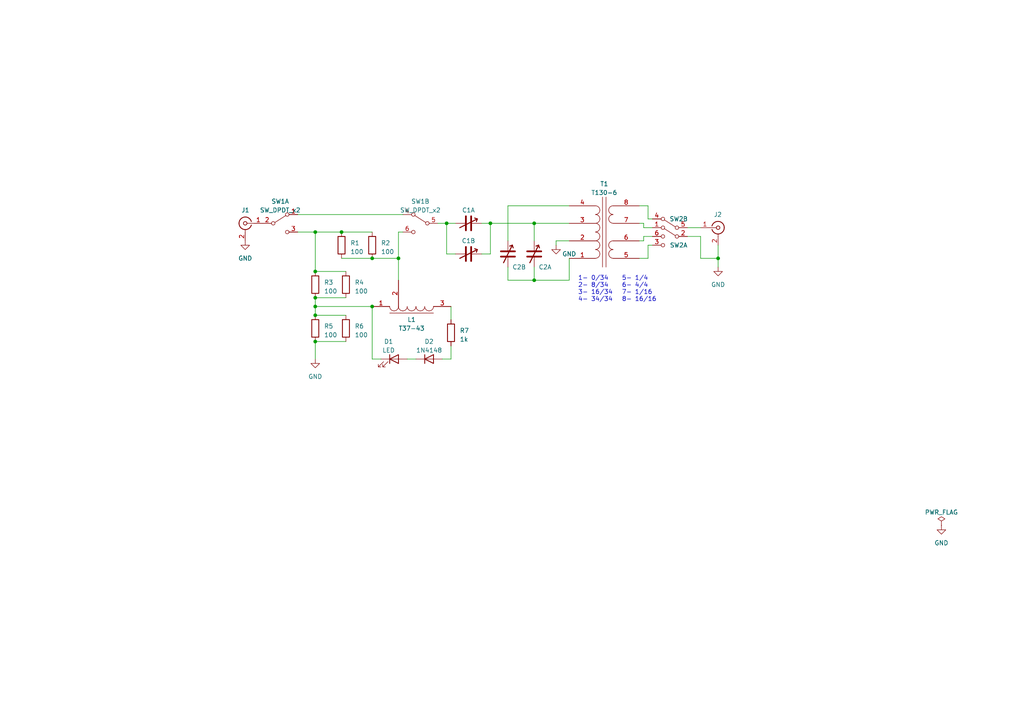
<source format=kicad_sch>
(kicad_sch (version 20230121) (generator eeschema)
  (paper "A4")
  (title_block (title "Z-match Antenna Tuner") (date "2023-03-16"))
  (lib_symbols
    (symbol "Connector:Conn_Coaxial" (pin_names (offset 1.016) hide)
      (property "Reference" "J" (at 0.254 3.048 0))
      (property "Value" "Conn_Coaxial" (at 2.921 0 90))
      (symbol "Conn_Coaxial_0_1"
        (arc (start -1.778 -0.508) (mid 0.2311 -1.8066) (end 1.778 0) (stroke (width 0.254)))
        (polyline (pts (xy -2.54 0) (xy -0.508 0)))
        (polyline (pts (xy 0 -2.54) (xy 0 -1.778)))
        (circle (center 0 0) (radius 0.508) (stroke (width 0.2032)))
        (arc (start 1.778 0) (mid 0.2099 1.8101) (end -1.778 0.508) (stroke (width 0.254)))
      )
      (symbol "Conn_Coaxial_1_1"
        (pin passive line (at -5.08 0 0) (length 2.54) (name "In") (number "1"))
        (pin passive line (at 0 -5.08 90) (length 2.54) (name "Ext") (number "2"))
      )
    )
    (symbol "Device:LED" (pin_numbers hide) (pin_names (offset 1.016) hide)
      (property "Reference" "D" (at 0 2.54 0))
      (property "Value" "LED" (at 0 -2.54 0))
      (symbol "LED_0_1"
        (polyline (pts (xy -1.27 -1.27) (xy -1.27 1.27)) (stroke (width 0.254)))
        (polyline (pts (xy -1.27 0) (xy 1.27 0)))
        (polyline (pts (xy 1.27 -1.27) (xy 1.27 1.27) (xy -1.27 0) (xy 1.27 -1.27)) (stroke (width 0.254)))
        (polyline (pts (xy -3.048 -0.762) (xy -4.572 -2.286) (xy -3.81 -2.286) (xy -4.572 -2.286) (xy -4.572 -1.524)))
        (polyline (pts (xy -1.778 -0.762) (xy -3.302 -2.286) (xy -2.54 -2.286) (xy -3.302 -2.286) (xy -3.302 -1.524)))
      )
      (symbol "LED_1_1"
        (pin passive line (at -3.81 0 0) (length 2.54) (name "K") (number "1"))
        (pin passive line (at 3.81 0 180) (length 2.54) (name "A") (number "2"))
      )
    )
    (symbol "Device:R" (pin_numbers hide) (pin_names (offset 0))
      (property "Reference" "R" (at 2.032 0 90))
      (property "Value" "R" (at 0 0 90))
      (symbol "R_0_1"
        (rectangle (start -1.016 -2.54) (end 1.016 2.54) (stroke (width 0.254)))
      )
      (symbol "R_1_1"
        (pin passive line (at 0 3.81 270) (length 1.27) (name "~") (number "1"))
        (pin passive line (at 0 -3.81 90) (length 1.27) (name "~") (number "2"))
      )
    )
    (symbol "Diode:1N4148" (pin_numbers hide) (pin_names hide)
      (property "Reference" "D" (at 0 2.54 0))
      (property "Value" "1N4148" (at 0 -2.54 0))
      (symbol "1N4148_0_1"
        (polyline (pts (xy -1.27 1.27) (xy -1.27 -1.27)) (stroke (width 0.254)))
        (polyline (pts (xy 1.27 0) (xy -1.27 0)))
        (polyline (pts (xy 1.27 1.27) (xy 1.27 -1.27) (xy -1.27 0) (xy 1.27 1.27)) (stroke (width 0.254)))
      )
      (symbol "1N4148_1_1"
        (pin passive line (at -3.81 0 0) (length 2.54) (name "K") (number "1"))
        (pin passive line (at 3.81 0 180) (length 2.54) (name "A") (number "2"))
      )
    )
    (symbol "Switch:SW_DPDT_x2" (pin_names (offset 0) hide)
      (property "Reference" "SW" (at 0 4.318 0))
      (property "Value" "SW_DPDT_x2" (at 0 -5.08 0))
      (symbol "SW_DPDT_x2_0_0"
        (circle (center -2.032 0) (radius 0.508))
        (circle (center 2.032 -2.54) (radius 0.508))
      )
      (symbol "SW_DPDT_x2_0_1"
        (polyline (pts (xy -1.524 0.254) (xy 1.651 2.286)))
        (circle (center 2.032 2.54) (radius 0.508))
      )
      (symbol "SW_DPDT_x2_1_1"
        (pin passive line (at 5.08 2.54 180) (length 2.54) (name "A") (number "1"))
        (pin passive line (at -5.08 0 0) (length 2.54) (name "B") (number "2"))
        (pin passive line (at 5.08 -2.54 180) (length 2.54) (name "C") (number "3"))
      )
      (symbol "SW_DPDT_x2_2_1"
        (pin passive line (at 5.08 2.54 180) (length 2.54) (name "A") (number "4"))
        (pin passive line (at -5.08 0 0) (length 2.54) (name "B") (number "5"))
        (pin passive line (at 5.08 -2.54 180) (length 2.54) (name "C") (number "6"))
      )
    )
    (symbol "power:GND" (power) (pin_names (offset 0))
      (property "Value" "GND" (at 0 -3.81 0))
      (symbol "GND_0_1"
        (polyline (pts (xy 0 0) (xy 0 -1.27) (xy 1.27 -1.27) (xy 0 -2.54) (xy -1.27 -1.27) (xy 0 -1.27)))
      )
      (symbol "GND_1_1"
        (pin power_in line (at 0 0 270) (length 0) hide (name "GND") (number "1"))
      )
    )
    (symbol "power:PWR_FLAG" (power) (pin_numbers hide) (pin_names (offset 0) hide)
      (property "Value" "PWR_FLAG" (at 0 3.81 0))
      (symbol "PWR_FLAG_0_0"
        (pin power_out line (at 0 0 90) (length 0) (name "pwr") (number "1"))
      )
      (symbol "PWR_FLAG_0_1"
        (polyline (pts (xy 0 0) (xy 0 1.27) (xy -1.016 1.905) (xy 0 2.54) (xy 1.016 1.905) (xy 0 1.27)))
      )
    )
    (symbol "z-match:CBM_Main" (pin_numbers hide) (pin_names hide)
      (property "Reference" "C" (at 0.762 -2.032 0))
      (property "Value" "CBM_Main" (at 0.762 -3.556 0))
      (symbol "CBM_Main_0_1"
        (polyline (pts (xy -2.032 -0.762) (xy 2.032 -0.762)) (stroke (width 0.508)))
        (polyline (pts (xy -2.032 0.762) (xy 2.032 0.762)) (stroke (width 0.508)))
        (polyline (pts (xy 1.27 2.54) (xy -1.27 -2.54)) (stroke (width 0.3048)))
        (polyline (pts (xy 1.27 2.54) (xy 0.508 2.286)) (stroke (width 0.3048)))
        (polyline (pts (xy 1.27 2.54) (xy 1.524 1.778)) (stroke (width 0.3048)))
      )
      (symbol "CBM_Main_1_1"
        (pin passive line (at 0 -3.81 90) (length 3.048) (name "~") (number "1"))
        (pin passive line (at 0 3.81 270) (length 3.048) (name "~") (number "2"))
      )
      (symbol "CBM_Main_2_1"
        (pin passive line (at 0 -3.81 90) (length 3.048) (name "~") (number "1"))
        (pin passive line (at 0 3.81 270) (length 3.048) (name "~") (number "3"))
      )
    )
    (symbol "z-match:T37-43" (pin_names hide)
      (property "Reference" "L" (at 0 1.27 0))
      (property "Value" "T37-43" (at 0 -3.81 0))
      (symbol "T37-43_0_1"
        (arc (start -6.35 0) (mid -5.978 -0.898) (end -5.08 -1.27))
        (arc (start -5.08 -1.27) (mid -4.182 -0.898) (end -3.81 0))
        (arc (start -3.81 0) (mid -3.438 -0.898) (end -2.54 -1.27))
        (arc (start -2.54 -1.27) (mid -2.54 -1.27) (end -2.54 -1.27))
        (arc (start -2.54 -1.27) (mid -1.642 -0.898) (end -1.27 0))
        (arc (start -1.27 0) (mid -0.898 -0.898) (end 0 -1.27))
        (arc (start 0 -1.27) (mid 0.898 -0.898) (end 1.27 0))
        (polyline (pts (xy -6.35 -1.905) (xy 6.35 -1.905)))
        (arc (start 1.27 0) (mid 1.642 -0.898) (end 2.54 -1.27))
        (arc (start 2.54 -1.27) (mid 3.438 -0.898) (end 3.81 0))
        (arc (start 3.81 0) (mid 4.182 -0.898) (end 5.08 -1.27))
        (arc (start 5.08 -1.27) (mid 5.978 -0.898) (end 6.35 0))
      )
      (symbol "T37-43_1_1"
        (pin passive line (at -11.43 0 0) (length 5.08) (name "1") (number "1"))
        (pin passive line (at -3.81 7.62 270) (length 7.62) (name "2") (number "2"))
        (pin passive line (at 11.43 0 180) (length 5.08) (name "3") (number "3"))
      )
    )
    (symbol "z-match:Transformer_2SP_2S" (pin_names hide)
      (property "Reference" "T" (at 0 13.97 0))
      (property "Value" "Transformer_2SP_2S" (at 0 -12.7 0))
      (symbol "Transformer_2SP_2S_0_1"
        (arc (start -2.54 -7.5946) (mid -1.6561 -7.2263) (end -1.27 -6.35))
        (arc (start -2.54 -5.0546) (mid -1.6561 -4.6863) (end -1.27 -3.81))
        (arc (start -2.54 -2.5146) (mid -1.6561 -2.1463) (end -1.27 -1.27))
        (arc (start -2.54 0.0254) (mid -1.6561 0.3937) (end -1.27 1.27))
        (arc (start -2.54 2.5654) (mid -1.6561 2.9337) (end -1.27 3.81))
        (arc (start -2.54 5.1054) (mid -1.6561 5.4737) (end -1.27 6.35))
        (arc (start -1.27 -6.35) (mid -1.642 -5.452) (end -2.54 -5.08))
        (arc (start -1.27 -3.81) (mid -1.642 -2.912) (end -2.54 -2.54))
        (arc (start -1.27 -1.27) (mid -1.642 -0.372) (end -2.54 0))
        (arc (start -1.27 1.27) (mid -1.642 2.168) (end -2.54 2.54))
        (arc (start -1.27 3.81) (mid -1.642 4.708) (end -2.54 5.08))
        (arc (start -1.27 6.35) (mid -1.642 7.248) (end -2.54 7.62))
        (polyline (pts (xy -0.508 -10.16) (xy -0.508 10.16)))
        (polyline (pts (xy 0.508 10.16) (xy 0.508 -10.16)))
        (arc (start 1.2954 -6.35) (mid 1.6599 -7.2301) (end 2.54 -7.5946))
        (arc (start 1.2954 -3.81) (mid 1.6599 -4.6901) (end 2.54 -5.0546))
        (arc (start 1.2954 3.81) (mid 1.6599 2.9299) (end 2.54 2.5654))
        (arc (start 1.2954 6.35) (mid 1.6599 5.4699) (end 2.54 5.1054))
        (arc (start 2.54 -5.08) (mid 1.642 -5.452) (end 1.2954 -6.35))
        (arc (start 2.54 -2.54) (mid 1.642 -2.912) (end 1.2954 -3.81))
        (arc (start 2.54 5.08) (mid 1.642 4.708) (end 1.2954 3.81))
        (arc (start 2.54 7.62) (mid 1.642 7.248) (end 1.2954 6.35))
      )
      (symbol "Transformer_2SP_2S_1_1"
        (pin passive line (at -10.16 -7.62 0) (length 7.62) (name "A1") (number "1"))
        (pin passive line (at -10.16 -2.54 0) (length 7.62) (name "A2") (number "2"))
        (pin passive line (at -10.16 2.54 0) (length 7.62) (name "A3") (number "3"))
        (pin passive line (at -10.16 7.62 0) (length 7.62) (name "A4") (number "4"))
        (pin passive line (at 10.16 -7.62 180) (length 7.62) (name "B1") (number "5"))
        (pin passive line (at 10.16 -2.54 180) (length 7.62) (name "B2") (number "6"))
        (pin passive line (at 10.16 2.54 180) (length 7.62) (name "C1") (number "7"))
        (pin passive line (at 10.16 7.62 180) (length 7.62) (name "C2") (number "8"))
      )
    )
  )
  (junction (at 129.54 64.77))
  (junction (at 91.44 91.44))
  (junction (at 91.44 99.06))
  (junction (at 91.44 67.31))
  (junction (at 154.94 81.28))
  (junction (at 91.44 88.9))
  (junction (at 91.44 86.36))
  (junction (at 115.57 74.93))
  (junction (at 154.94 64.77))
  (junction (at 107.95 88.9))
  (junction (at 99.06 67.31))
  (junction (at 107.95 74.93))
  (junction (at 208.28 74.93))
  (junction (at 142.24 64.77))
  (junction (at 91.44 78.74))
  (wire (pts (xy 142.24 64.77) (xy 154.94 64.77)))
  (wire (pts (xy 154.94 81.28) (xy 165.1 81.28)))
  (wire (pts (xy 142.24 73.66) (xy 142.24 64.77)))
  (wire (pts (xy 86.36 62.23) (xy 116.84 62.23)))
  (wire (pts (xy 203.2 74.93) (xy 208.28 74.93)))
  (wire (pts (xy 154.94 77.47) (xy 154.94 81.28)))
  (wire (pts (xy 130.81 104.14) (xy 128.27 104.14)))
  (wire (pts (xy 115.57 67.31) (xy 115.57 74.93)))
  (wire (pts (xy 147.32 59.69) (xy 165.1 59.69)))
  (wire (pts (xy 129.54 73.66) (xy 129.54 64.77)))
  (wire (pts (xy 91.44 88.9) (xy 91.44 91.44)))
  (wire (pts (xy 185.42 64.77) (xy 186.69 64.77)))
  (wire (pts (xy 132.08 73.66) (xy 129.54 73.66)))
  (wire (pts (xy 91.44 91.44) (xy 100.33 91.44)))
  (wire (pts (xy 139.7 73.66) (xy 142.24 73.66)))
  (wire (pts (xy 165.1 74.93) (xy 165.1 81.28)))
  (wire (pts (xy 199.39 66.04) (xy 203.2 66.04)))
  (wire (pts (xy 186.69 66.04) (xy 189.23 66.04)))
  (wire (pts (xy 187.96 59.69) (xy 187.96 63.5)))
  (wire (pts (xy 208.28 71.12) (xy 208.28 74.93)))
  (wire (pts (xy 130.81 88.9) (xy 130.81 92.71)))
  (wire (pts (xy 208.28 74.93) (xy 208.28 77.47)))
  (wire (pts (xy 107.95 88.9) (xy 107.95 104.14)))
  (wire (pts (xy 127 64.77) (xy 129.54 64.77)))
  (wire (pts (xy 185.42 59.69) (xy 187.96 59.69)))
  (wire (pts (xy 187.96 74.93) (xy 187.96 71.12)))
  (wire (pts (xy 187.96 71.12) (xy 189.23 71.12)))
  (wire (pts (xy 91.44 86.36) (xy 91.44 88.9)))
  (wire (pts (xy 185.42 74.93) (xy 187.96 74.93)))
  (wire (pts (xy 185.42 69.85) (xy 186.69 69.85)))
  (wire (pts (xy 139.7 64.77) (xy 142.24 64.77)))
  (wire (pts (xy 199.39 68.58) (xy 203.2 68.58)))
  (wire (pts (xy 99.06 67.31) (xy 107.95 67.31)))
  (wire (pts (xy 147.32 77.47) (xy 147.32 81.28)))
  (wire (pts (xy 91.44 78.74) (xy 100.33 78.74)))
  (wire (pts (xy 147.32 81.28) (xy 154.94 81.28)))
  (wire (pts (xy 91.44 99.06) (xy 91.44 104.14)))
  (wire (pts (xy 147.32 69.85) (xy 147.32 59.69)))
  (wire (pts (xy 187.96 63.5) (xy 189.23 63.5)))
  (wire (pts (xy 115.57 74.93) (xy 107.95 74.93)))
  (wire (pts (xy 91.44 67.31) (xy 91.44 78.74)))
  (wire (pts (xy 161.29 69.85) (xy 165.1 69.85)))
  (wire (pts (xy 130.81 100.33) (xy 130.81 104.14)))
  (wire (pts (xy 91.44 67.31) (xy 99.06 67.31)))
  (wire (pts (xy 115.57 67.31) (xy 116.84 67.31)))
  (wire (pts (xy 154.94 64.77) (xy 165.1 64.77)))
  (wire (pts (xy 91.44 99.06) (xy 100.33 99.06)))
  (wire (pts (xy 186.69 68.58) (xy 189.23 68.58)))
  (wire (pts (xy 186.69 64.77) (xy 186.69 66.04)))
  (wire (pts (xy 107.95 104.14) (xy 110.49 104.14)))
  (wire (pts (xy 91.44 88.9) (xy 107.95 88.9)))
  (wire (pts (xy 115.57 74.93) (xy 115.57 81.28)))
  (wire (pts (xy 91.44 86.36) (xy 100.33 86.36)))
  (wire (pts (xy 203.2 68.58) (xy 203.2 74.93)))
  (wire (pts (xy 118.11 104.14) (xy 120.65 104.14)))
  (wire (pts (xy 86.36 67.31) (xy 91.44 67.31)))
  (wire (pts (xy 99.06 74.93) (xy 107.95 74.93)))
  (wire (pts (xy 186.69 69.85) (xy 186.69 68.58)))
  (wire (pts (xy 129.54 64.77) (xy 132.08 64.77)))
  (wire (pts (xy 161.29 71.12) (xy 161.29 69.85)))
  (wire (pts (xy 154.94 64.77) (xy 154.94 69.85)))
  (text "5- 1/4\n6- 4/4\n7- 1/16\n8- 16/16" (at 180.34 87.63 0) (effects (font (size 1.27 1.27)) (justify left bottom)))
  (text "1- 0/34\n2- 8/34\n3- 16/34\n4- 34/34" (at 167.64 87.63 0) (effects (font (size 1.27 1.27)) (justify left bottom)))
  (symbol (lib_id "Switch:SW_DPDT_x2") (at 121.92 64.77 0) (mirror y) (unit 2)
    (property "Reference" "SW1" (at 121.92 58.42 0))
    (property "Value" "SW_DPDT_x2" (at 121.92 60.96 0))
    (property "Footprint" "z-match:MT-0-202-A003-M003-RS-MODEL" (effects hide))
  )
  (symbol (lib_id "Switch:SW_DPDT_x2") (at 194.31 66.04 0) (mirror y) (unit 2)
    (property "Reference" "SW2" (at 196.85 63.5 0))
    (property "Value" "SW_DPDT_x2" (effects hide))
    (property "Footprint" "z-match:MT-0-202-A003-M003-RS-MODEL" (effects hide))
  )
  (symbol (lib_id "Device:R") (at 107.95 71.12 0) (unit 1)
    (property "Reference" "R2" (at 110.49 70.485 0) (effects (justify left)))
    (property "Value" "100" (at 110.49 73.025 0) (effects (justify left)))
    (property "Footprint" "Resistor_THT:R_Axial_DIN0414_L11.9mm_D4.5mm_P15.24mm_Horizontal" (effects hide))
  )
  (symbol (lib_id "Connector:Conn_Coaxial") (at 71.12 64.77 0) (mirror y) (unit 1)
    (property "Reference" "J1" (at 72.39 60.96 0) (effects (justify left)))
    (property "Value" "Conn_Coaxial" (effects hide))
    (property "Footprint" "z-match:BNC-KWE29X16" (effects hide))
    (property "Datasheet" " ~" (effects hide))
  )
  (symbol (lib_id "power:GND") (at 71.12 69.85 0) (unit 1)
    (property "Reference" "#PWR01" (effects hide))
    (property "Value" "GND" (at 71.12 74.93 0))
  )
  (symbol (lib_id "power:GND") (at 91.44 104.14 0) (unit 1)
    (property "Reference" "#PWR02" (effects hide))
    (property "Value" "GND" (at 91.44 109.22 0))
  )
  (symbol (lib_id "Device:R") (at 100.33 95.25 0) (unit 1)
    (property "Reference" "R6" (at 102.87 94.615 0) (effects (justify left)))
    (property "Value" "100" (at 102.87 97.155 0) (effects (justify left)))
    (property "Footprint" "Resistor_THT:R_Axial_DIN0414_L11.9mm_D4.5mm_P15.24mm_Horizontal" (effects hide))
  )
  (symbol (lib_id "z-match:CBM_Main") (at 135.89 73.66 270) (mirror x) (unit 2)
    (property "Reference" "C1" (at 135.89 69.85 90))
    (property "Value" "CBM_Main" (effects hide))
    (property "Footprint" "z-match:CBM-4443BF-1AB4-Vertical" (effects hide))
  )
  (symbol (lib_id "Device:R") (at 91.44 82.55 0) (unit 1)
    (property "Reference" "R3" (at 93.98 81.915 0) (effects (justify left)))
    (property "Value" "100" (at 93.98 84.455 0) (effects (justify left)))
    (property "Footprint" "Resistor_THT:R_Axial_DIN0414_L11.9mm_D4.5mm_P15.24mm_Horizontal" (effects hide))
  )
  (symbol (lib_id "Switch:SW_DPDT_x2") (at 81.28 64.77 0) (unit 1)
    (property "Reference" "SW1" (at 81.28 58.42 0))
    (property "Value" "SW_DPDT_x2" (at 81.28 60.96 0))
    (property "Footprint" "z-match:MT-0-202-A003-M003-RS-MODEL" (effects hide))
  )
  (symbol (lib_id "power:PWR_FLAG") (at 273.05 152.4 0) (unit 1)
    (property "Reference" "#FLG01" (effects hide))
    (property "Value" "PWR_FLAG" (at 273.05 148.59 0))
  )
  (symbol (lib_id "Diode:1N4148") (at 124.46 104.14 0) (unit 1)
    (property "Reference" "D2" (at 124.46 99.06 0))
    (property "Value" "1N4148" (at 124.46 101.6 0))
    (property "Footprint" "Diode_THT:D_DO-35_SOD27_P7.62mm_Horizontal" (effects hide))
    (property "Datasheet" "https://assets.nexperia.com/documents/data-sheet/1N4148_1N4448.pdf" (effects hide))
    (property "Sim.Device" "D" (effects hide))
    (property "Sim.Pins" "1=K 2=A" (effects hide))
  )
  (symbol (lib_id "z-match:CBM_Main") (at 154.94 73.66 0) (unit 1)
    (property "Reference" "C2" (at 156.21 77.47 0) (effects (justify left)))
    (property "Value" "CBM_Main" (effects hide))
    (property "Footprint" "z-match:CBM-4443BF-1AB4-Vertical" (effects hide))
  )
  (symbol (lib_id "z-match:CBM_Main") (at 147.32 73.66 0) (unit 2)
    (property "Reference" "C2" (at 148.59 77.47 0) (effects (justify left)))
    (property "Value" "CBM_Main" (effects hide))
    (property "Footprint" "z-match:CBM-4443BF-1AB4-Vertical" (effects hide))
  )
  (symbol (lib_id "z-match:CBM_Main") (at 135.89 64.77 270) (mirror x) (unit 1)
    (property "Reference" "C1" (at 135.89 60.96 90))
    (property "Value" "CBM_Main" (effects hide))
    (property "Footprint" "z-match:CBM-4443BF-1AB4-Vertical" (effects hide))
  )
  (symbol (lib_id "Device:R") (at 99.06 71.12 0) (unit 1)
    (property "Reference" "R1" (at 101.6 70.485 0) (effects (justify left)))
    (property "Value" "100" (at 101.6 73.025 0) (effects (justify left)))
    (property "Footprint" "Resistor_THT:R_Axial_DIN0414_L11.9mm_D4.5mm_P15.24mm_Horizontal" (effects hide))
  )
  (symbol (lib_id "Connector:Conn_Coaxial") (at 208.28 66.04 0) (unit 1)
    (property "Reference" "J2" (at 207.01 62.23 0) (effects (justify left)))
    (property "Value" "Conn_Coaxial" (effects hide))
    (property "Footprint" "z-match:BNC-KWE29X16" (effects hide))
    (property "Datasheet" " ~" (effects hide))
  )
  (symbol (lib_id "Switch:SW_DPDT_x2") (at 194.31 68.58 0) (mirror y) (unit 1)
    (property "Reference" "SW2" (at 196.85 71.12 0))
    (property "Value" "SW_DPDT_x2" (effects hide))
    (property "Footprint" "z-match:MT-0-202-A003-M003-RS-MODEL" (effects hide))
  )
  (symbol (lib_id "Device:LED") (at 114.3 104.14 0) (unit 1)
    (property "Reference" "D1" (at 112.7125 99.06 0))
    (property "Value" "LED" (at 112.7125 101.6 0))
    (property "Footprint" "LED_THT:LED_D3.0mm" (effects hide))
  )
  (symbol (lib_id "power:GND") (at 208.28 77.47 0) (unit 1)
    (property "Reference" "#PWR04" (effects hide))
    (property "Value" "GND" (at 208.28 82.55 0))
  )
  (symbol (lib_id "Device:R") (at 100.33 82.55 0) (unit 1)
    (property "Reference" "R4" (at 102.87 81.915 0) (effects (justify left)))
    (property "Value" "100" (at 102.87 84.455 0) (effects (justify left)))
    (property "Footprint" "Resistor_THT:R_Axial_DIN0414_L11.9mm_D4.5mm_P15.24mm_Horizontal" (effects hide))
  )
  (symbol (lib_id "power:GND") (at 273.05 152.4 0) (unit 1)
    (property "Reference" "#PWR05" (effects hide))
    (property "Value" "GND" (at 273.05 157.48 0))
  )
  (symbol (lib_id "power:GND") (at 161.29 71.12 0) (unit 1)
    (property "Reference" "#PWR03" (effects hide))
    (property "Value" "GND" (at 165.1 73.66 0))
  )
  (symbol (lib_id "z-match:T37-43") (at 119.38 88.9 0) (unit 1)
    (property "Reference" "L1" (at 119.38 92.71 0))
    (property "Value" "T37-43" (at 119.38 95.25 0))
    (property "Footprint" "z-match:T37-43" (effects hide))
  )
  (symbol (lib_id "Device:R") (at 91.44 95.25 0) (unit 1)
    (property "Reference" "R5" (at 93.98 94.615 0) (effects (justify left)))
    (property "Value" "100" (at 93.98 97.155 0) (effects (justify left)))
    (property "Footprint" "Resistor_THT:R_Axial_DIN0414_L11.9mm_D4.5mm_P15.24mm_Horizontal" (effects hide))
  )
  (symbol (lib_id "Device:R") (at 130.81 96.52 0) (unit 1)
    (property "Reference" "R7" (at 133.35 95.885 0) (effects (justify left)))
    (property "Value" "1k" (at 133.35 98.425 0) (effects (justify left)))
    (property "Footprint" "Resistor_THT:R_Axial_DIN0207_L6.3mm_D2.5mm_P10.16mm_Horizontal" (effects hide))
  )
  (symbol (lib_id "z-match:Transformer_2SP_2S") (at 175.26 67.31 0) (unit 1)
    (property "Reference" "T1" (at 175.26 53.34 0))
    (property "Value" "T130-6" (at 175.26 55.88 0))
    (property "Footprint" "z-match:T130-6" (effects hide))
  )
)
</source>
